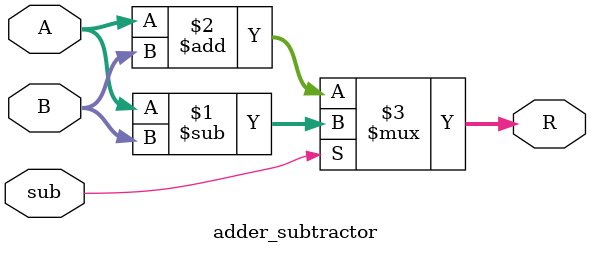
<source format=sv>
`timescale 1ns / 1ps


module adder_subtractor #(N = 8)
(
    input [N-1:0] A, B,
    output [N-1:0] R,
    input sub
);    
    // TODO: switch to hierarchical CLA
    assign R = sub ? A - B : A + B;
endmodule

</source>
